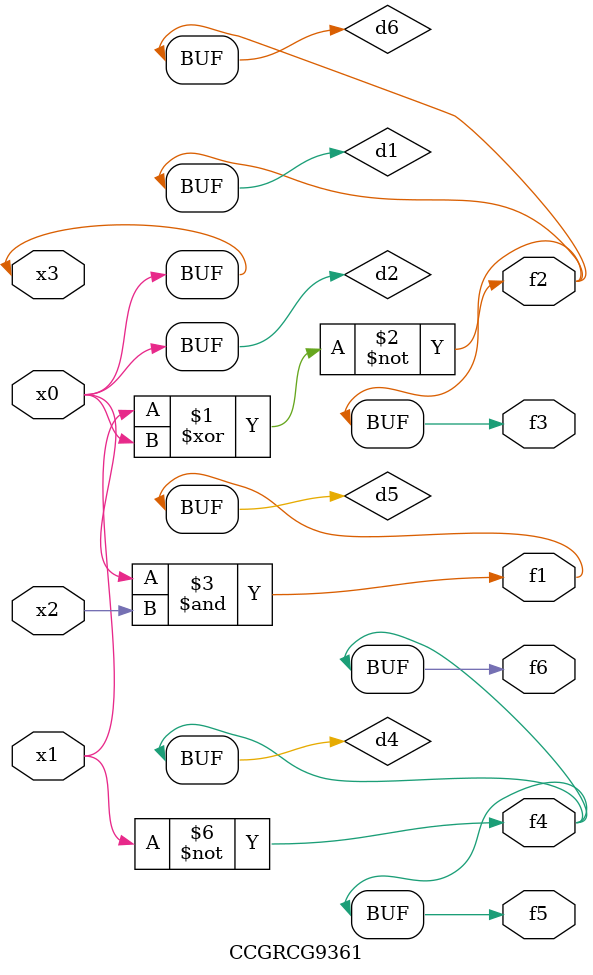
<source format=v>
module CCGRCG9361(
	input x0, x1, x2, x3,
	output f1, f2, f3, f4, f5, f6
);

	wire d1, d2, d3, d4, d5, d6;

	xnor (d1, x1, x3);
	buf (d2, x0, x3);
	nand (d3, x0, x2);
	not (d4, x1);
	nand (d5, d3);
	or (d6, d1);
	assign f1 = d5;
	assign f2 = d6;
	assign f3 = d6;
	assign f4 = d4;
	assign f5 = d4;
	assign f6 = d4;
endmodule

</source>
